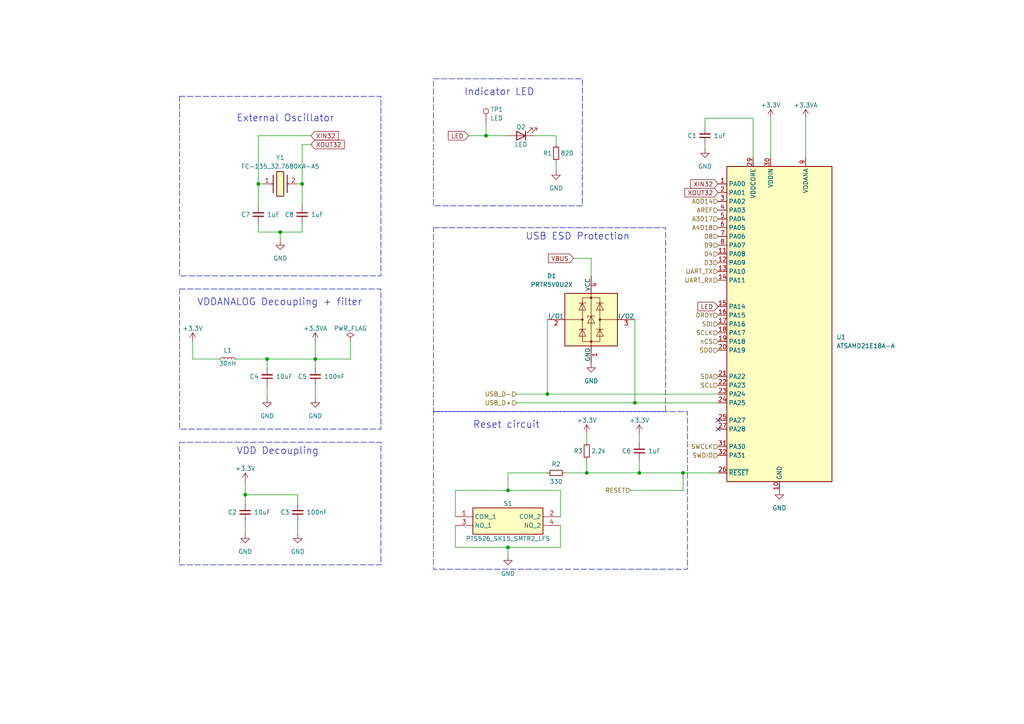
<source format=kicad_sch>
(kicad_sch (version 20230121) (generator eeschema)
  (paper "A4")
  (title_block (title "Embedded design and testing - PCB") (date "27.8.2023") (rev "1.0") (company "Jyri Luoma-aho") (comment 1 "SAMD21 Schematic"))
  (lib_symbols
    (symbol "Connector:TestPoint" (pin_numbers hide) (pin_names (offset 0.762) hide)
      (property "Reference" "TP" (at 0 6.858 0))
      (property "Value" "TestPoint" (at 0 5.08 0))
      (symbol "TestPoint_0_1"
        (circle (center 0 3.302) (radius 0.762))
      )
      (symbol "TestPoint_1_1"
        (pin passive line (at 0 0 90) (length 2.54) (name "1") (number "1"))
      )
    )
    (symbol "Device:C_Small" (pin_numbers hide) (pin_names (offset 0.254) hide)
      (property "Reference" "C" (at 0.254 1.778 0))
      (property "Value" "C_Small" (at 0.254 -2.032 0))
      (symbol "C_Small_0_1"
        (polyline (pts (xy -1.524 -0.508) (xy 1.524 -0.508)) (stroke (width 0.3302)))
        (polyline (pts (xy -1.524 0.508) (xy 1.524 0.508)) (stroke (width 0.3048)))
      )
      (symbol "C_Small_1_1"
        (pin passive line (at 0 2.54 270) (length 2.032) (name "~") (number "1"))
        (pin passive line (at 0 -2.54 90) (length 2.032) (name "~") (number "2"))
      )
    )
    (symbol "Device:LED" (pin_numbers hide) (pin_names (offset 1.016) hide)
      (property "Reference" "D" (at 0 2.54 0))
      (property "Value" "LED" (at 0 -2.54 0))
      (symbol "LED_0_1"
        (polyline (pts (xy -1.27 -1.27) (xy -1.27 1.27)) (stroke (width 0.254)))
        (polyline (pts (xy -1.27 0) (xy 1.27 0)))
        (polyline (pts (xy 1.27 -1.27) (xy 1.27 1.27) (xy -1.27 0) (xy 1.27 -1.27)) (stroke (width 0.254)))
        (polyline (pts (xy -3.048 -0.762) (xy -4.572 -2.286) (xy -3.81 -2.286) (xy -4.572 -2.286) (xy -4.572 -1.524)))
        (polyline (pts (xy -1.778 -0.762) (xy -3.302 -2.286) (xy -2.54 -2.286) (xy -3.302 -2.286) (xy -3.302 -1.524)))
      )
      (symbol "LED_1_1"
        (pin passive line (at -3.81 0 0) (length 2.54) (name "K") (number "1"))
        (pin passive line (at 3.81 0 180) (length 2.54) (name "A") (number "2"))
      )
    )
    (symbol "Device:L_Small" (pin_numbers hide) (pin_names (offset 0.254) hide)
      (property "Reference" "L" (at 0.762 1.016 0))
      (property "Value" "L_Small" (at 0.762 -1.016 0))
      (symbol "L_Small_0_1"
        (arc (start 0 -2.032) (mid 0.5058 -1.524) (end 0 -1.016))
        (arc (start 0 -1.016) (mid 0.5058 -0.508) (end 0 0))
        (arc (start 0 0) (mid 0.5058 0.508) (end 0 1.016))
        (arc (start 0 1.016) (mid 0.5058 1.524) (end 0 2.032))
      )
      (symbol "L_Small_1_1"
        (pin passive line (at 0 2.54 270) (length 0.508) (name "~") (number "1"))
        (pin passive line (at 0 -2.54 90) (length 0.508) (name "~") (number "2"))
      )
    )
    (symbol "Device:R_Small" (pin_numbers hide) (pin_names (offset 0.254) hide)
      (property "Reference" "R" (at 0.762 0.508 0))
      (property "Value" "R_Small" (at 0.762 -1.016 0))
      (symbol "R_Small_0_1"
        (rectangle (start -0.762 1.778) (end 0.762 -1.778) (stroke (width 0.2032)))
      )
      (symbol "R_Small_1_1"
        (pin passive line (at 0 2.54 270) (length 0.762) (name "~") (number "1"))
        (pin passive line (at 0 -2.54 90) (length 0.762) (name "~") (number "2"))
      )
    )
    (symbol "FC-135_32_7680KA-A5:FC-135_32.7680KA-A5" (pin_names hide)
      (property "Reference" "Y" (at 8.89 6.35 0))
      (property "Value" "FC-135_32.7680KA-A5" (at 8.89 3.81 0))
      (symbol "FC-135_32.7680KA-A5_1_1"
        (polyline (pts (xy 3.048 0) (xy 2.54 0)) (stroke (width 0.254)))
        (polyline (pts (xy 3.048 2.54) (xy 3.048 -2.54)) (stroke (width 0.254)))
        (polyline (pts (xy 7.112 0) (xy 7.62 0)) (stroke (width 0.254)))
        (polyline (pts (xy 7.112 2.54) (xy 7.112 -2.54)) (stroke (width 0.254)))
        (rectangle (start 4.064 3.556) (end 6.096 -3.556) (stroke (width 0.254)) (fill (type background)))
        (pin passive line (at 0 0 0) (length 2.54) (name "1") (number "1"))
        (pin passive line (at 10.16 0 180) (length 2.54) (name "2") (number "2"))
      )
    )
    (symbol "MCU_Microchip_SAMD:ATSAMD21E18A-A"
      (property "Reference" "U" (at -13.97 46.99 0))
      (property "Value" "ATSAMD21E18A-A" (at 16.51 46.99 0))
      (symbol "ATSAMD21E18A-A_1_1"
        (rectangle (start -15.24 45.72) (end 15.24 -45.72) (stroke (width 0.254)) (fill (type background)))
        (pin bidirectional line (at -17.78 40.64 0) (length 2.54) (name "PA00") (number "1"))
        (pin power_in line (at 0 -48.26 90) (length 2.54) (name "GND") (number "10"))
        (pin bidirectional line (at -17.78 20.32 0) (length 2.54) (name "PA08") (number "11"))
        (pin bidirectional line (at -17.78 17.78 0) (length 2.54) (name "PA09") (number "12"))
        (pin bidirectional line (at -17.78 15.24 0) (length 2.54) (name "PA10") (number "13"))
        (pin bidirectional line (at -17.78 12.7 0) (length 2.54) (name "PA11") (number "14"))
        (pin bidirectional line (at -17.78 5.08 0) (length 2.54) (name "PA14") (number "15"))
        (pin bidirectional line (at -17.78 2.54 0) (length 2.54) (name "PA15") (number "16"))
        (pin bidirectional line (at -17.78 0 0) (length 2.54) (name "PA16") (number "17"))
        (pin bidirectional line (at -17.78 -2.54 0) (length 2.54) (name "PA17") (number "18"))
        (pin bidirectional line (at -17.78 -5.08 0) (length 2.54) (name "PA18") (number "19"))
        (pin bidirectional line (at -17.78 38.1 0) (length 2.54) (name "PA01") (number "2"))
        (pin bidirectional line (at -17.78 -7.62 0) (length 2.54) (name "PA19") (number "20"))
        (pin bidirectional line (at -17.78 -15.24 0) (length 2.54) (name "PA22") (number "21"))
        (pin bidirectional line (at -17.78 -17.78 0) (length 2.54) (name "PA23") (number "22"))
        (pin bidirectional line (at -17.78 -20.32 0) (length 2.54) (name "PA24") (number "23"))
        (pin bidirectional line (at -17.78 -22.86 0) (length 2.54) (name "PA25") (number "24"))
        (pin bidirectional line (at -17.78 -27.94 0) (length 2.54) (name "PA27") (number "25"))
        (pin input line (at -17.78 -43.18 0) (length 2.54) (name "~{RESET}") (number "26"))
        (pin bidirectional line (at -17.78 -30.48 0) (length 2.54) (name "PA28") (number "27"))
        (pin passive line (at 0 -48.26 90) (length 2.54) hide (name "GND") (number "28"))
        (pin power_out line (at -7.62 48.26 270) (length 2.54) (name "VDDCORE") (number "29"))
        (pin bidirectional line (at -17.78 35.56 0) (length 2.54) (name "PA02") (number "3"))
        (pin power_in line (at -2.54 48.26 270) (length 2.54) (name "VDDIN") (number "30"))
        (pin bidirectional line (at -17.78 -35.56 0) (length 2.54) (name "PA30") (number "31"))
        (pin bidirectional line (at -17.78 -38.1 0) (length 2.54) (name "PA31") (number "32"))
        (pin bidirectional line (at -17.78 33.02 0) (length 2.54) (name "PA03") (number "4"))
        (pin bidirectional line (at -17.78 30.48 0) (length 2.54) (name "PA04") (number "5"))
        (pin bidirectional line (at -17.78 27.94 0) (length 2.54) (name "PA05") (number "6"))
        (pin bidirectional line (at -17.78 25.4 0) (length 2.54) (name "PA06") (number "7"))
        (pin bidirectional line (at -17.78 22.86 0) (length 2.54) (name "PA07") (number "8"))
        (pin power_in line (at 7.62 48.26 270) (length 2.54) (name "VDDANA") (number "9"))
      )
    )
    (symbol "PTS526_SK15_SMTR2_LFS:PTS526_SK15_SMTR2_LFS"
      (property "Reference" "S" (at 26.67 7.62 0))
      (property "Value" "PTS526_SK15_SMTR2_LFS" (at 26.67 5.08 0))
      (symbol "PTS526_SK15_SMTR2_LFS_1_1"
        (rectangle (start 5.08 2.54) (end 25.4 -5.08) (stroke (width 0.254)) (fill (type background)))
        (pin passive line (at 0 0 0) (length 5.08) (name "COM_1") (number "1"))
        (pin passive line (at 30.48 0 180) (length 5.08) (name "COM_2") (number "2"))
        (pin passive line (at 0 -2.54 0) (length 5.08) (name "NO_1") (number "3"))
        (pin passive line (at 30.48 -2.54 180) (length 5.08) (name "NO_2") (number "4"))
      )
    )
    (symbol "Power_Protection:PRTR5V0U2X" (pin_names (offset 0))
      (property "Reference" "D" (at 2.794 8.636 0))
      (property "Value" "PRTR5V0U2X" (at 8.128 -9.398 0))
      (symbol "PRTR5V0U2X_0_1"
        (rectangle (start -7.62 -7.62) (end 7.62 7.62) (stroke (width 0.254)) (fill (type background)))
        (circle (center -2.54 0) (radius 0.254) (fill (type outline)))
        (rectangle (start -2.54 6.35) (end 2.54 -6.35))
        (circle (center 0 -6.35) (radius 0.254) (fill (type outline)))
        (polyline (pts (xy -2.54 0) (xy -7.62 0)))
        (polyline (pts (xy -1.524 -2.794) (xy -3.556 -2.794)))
        (polyline (pts (xy -1.524 4.826) (xy -3.556 4.826)))
        (polyline (pts (xy 0 -7.62) (xy 0 7.62)))
        (polyline (pts (xy 1.524 -2.794) (xy 3.556 -2.794)))
        (polyline (pts (xy 1.524 4.826) (xy 3.556 4.826)))
        (polyline (pts (xy 2.54 0) (xy 7.62 0)))
        (polyline (pts (xy 1.016 1.016) (xy -1.016 1.016) (xy -1.016 0.508)))
        (polyline (pts (xy -3.556 -4.826) (xy -1.524 -4.826) (xy -2.54 -2.794) (xy -3.556 -4.826)))
        (polyline (pts (xy -3.556 2.794) (xy -1.524 2.794) (xy -2.54 4.826) (xy -3.556 2.794)))
        (polyline (pts (xy -1.016 -1.016) (xy 1.016 -1.016) (xy 0 1.016) (xy -1.016 -1.016)))
        (polyline (pts (xy 3.556 -4.826) (xy 1.524 -4.826) (xy 2.54 -2.794) (xy 3.556 -4.826)))
        (polyline (pts (xy 3.556 2.794) (xy 1.524 2.794) (xy 2.54 4.826) (xy 3.556 2.794)))
        (circle (center 0 6.35) (radius 0.254) (fill (type outline)))
        (circle (center 2.54 0) (radius 0.254) (fill (type outline)))
      )
      (symbol "PRTR5V0U2X_1_1"
        (pin passive line (at 0 -12.7 90) (length 5.08) (name "GND") (number "1"))
        (pin passive line (at -12.7 0 0) (length 5.08) (name "I/O1") (number "2"))
        (pin passive line (at 12.7 0 180) (length 5.08) (name "I/O2") (number "3"))
        (pin passive line (at 0 12.7 270) (length 5.08) (name "VCC") (number "4"))
      )
    )
    (symbol "power:+3.3V" (power) (pin_names (offset 0))
      (property "Value" "+3.3V" (at 0 3.556 0))
      (symbol "+3.3V_0_1"
        (polyline (pts (xy -0.762 1.27) (xy 0 2.54)))
        (polyline (pts (xy 0 0) (xy 0 2.54)))
        (polyline (pts (xy 0 2.54) (xy 0.762 1.27)))
      )
      (symbol "+3.3V_1_1"
        (pin power_in line (at 0 0 90) (length 0) hide (name "+3.3V") (number "1"))
      )
    )
    (symbol "power:+3.3VA" (power) (pin_names (offset 0))
      (property "Value" "+3.3VA" (at 0 3.556 0))
      (symbol "+3.3VA_0_1"
        (polyline (pts (xy -0.762 1.27) (xy 0 2.54)))
        (polyline (pts (xy 0 0) (xy 0 2.54)))
        (polyline (pts (xy 0 2.54) (xy 0.762 1.27)))
      )
      (symbol "+3.3VA_1_1"
        (pin power_in line (at 0 0 90) (length 0) hide (name "+3.3VA") (number "1"))
      )
    )
    (symbol "power:GND" (power) (pin_names (offset 0))
      (property "Value" "GND" (at 0 -3.81 0))
      (symbol "GND_0_1"
        (polyline (pts (xy 0 0) (xy 0 -1.27) (xy 1.27 -1.27) (xy 0 -2.54) (xy -1.27 -1.27) (xy 0 -1.27)))
      )
      (symbol "GND_1_1"
        (pin power_in line (at 0 0 270) (length 0) hide (name "GND") (number "1"))
      )
    )
    (symbol "power:PWR_FLAG" (power) (pin_numbers hide) (pin_names (offset 0) hide)
      (property "Value" "PWR_FLAG" (at 0 3.81 0))
      (symbol "PWR_FLAG_0_0"
        (pin power_out line (at 0 0 90) (length 0) (name "pwr") (number "1"))
      )
      (symbol "PWR_FLAG_0_1"
        (polyline (pts (xy 0 0) (xy 0 1.27) (xy -1.016 1.905) (xy 0 2.54) (xy 1.016 1.905) (xy 0 1.27)))
      )
    )
  )
  (junction (at 81.28 67.31))
  (junction (at 147.32 142.24))
  (junction (at 71.12 143.51))
  (junction (at 158.75 114.3))
  (junction (at 185.42 137.16))
  (junction (at 87.63 53.34))
  (junction (at 184.15 116.84))
  (junction (at 140.97 39.37))
  (junction (at 147.32 158.75))
  (junction (at 170.18 137.16))
  (junction (at 91.44 104.14))
  (junction (at 74.93 53.34))
  (junction (at 198.12 137.16))
  (junction (at 77.47 104.14))
  (no_connect (at 208.28 124.46))
  (no_connect (at 208.28 121.92))
  (wire (pts (xy 171.45 74.93) (xy 171.45 80.01)))
  (wire (pts (xy 77.47 106.68) (xy 77.47 104.14)))
  (wire (pts (xy 158.75 114.3) (xy 208.28 114.3)))
  (wire (pts (xy 132.08 142.24) (xy 147.32 142.24)))
  (wire (pts (xy 185.42 137.16) (xy 170.18 137.16)))
  (wire (pts (xy 87.63 64.77) (xy 87.63 67.31)))
  (wire (pts (xy 182.88 142.24) (xy 198.12 142.24)))
  (wire (pts (xy 74.93 53.34) (xy 74.93 59.69)))
  (wire (pts (xy 147.32 137.16) (xy 147.32 142.24)))
  (wire (pts (xy 87.63 67.31) (xy 81.28 67.31)))
  (wire (pts (xy 81.28 67.31) (xy 81.28 69.85)))
  (wire (pts (xy 86.36 151.13) (xy 86.36 154.94)))
  (wire (pts (xy 86.36 53.34) (xy 87.63 53.34)))
  (wire (pts (xy 140.97 39.37) (xy 147.32 39.37)))
  (wire (pts (xy 91.44 99.06) (xy 91.44 104.14)))
  (wire (pts (xy 74.93 39.37) (xy 74.93 53.34)))
  (wire (pts (xy 198.12 137.16) (xy 208.28 137.16)))
  (wire (pts (xy 101.6 104.14) (xy 91.44 104.14)))
  (wire (pts (xy 147.32 142.24) (xy 162.56 142.24)))
  (wire (pts (xy 74.93 53.34) (xy 76.2 53.34)))
  (wire (pts (xy 163.83 137.16) (xy 170.18 137.16)))
  (wire (pts (xy 204.47 34.29) (xy 204.47 36.83)))
  (wire (pts (xy 74.93 67.31) (xy 81.28 67.31)))
  (wire (pts (xy 140.97 35.56) (xy 140.97 39.37)))
  (wire (pts (xy 158.75 92.71) (xy 158.75 114.3)))
  (wire (pts (xy 170.18 137.16) (xy 170.18 133.35)))
  (wire (pts (xy 185.42 125.73) (xy 185.42 128.27)))
  (wire (pts (xy 204.47 41.91) (xy 204.47 43.18)))
  (wire (pts (xy 101.6 99.06) (xy 101.6 104.14)))
  (wire (pts (xy 132.08 158.75) (xy 132.08 152.4)))
  (wire (pts (xy 68.58 104.14) (xy 77.47 104.14)))
  (wire (pts (xy 170.18 125.73) (xy 170.18 128.27)))
  (wire (pts (xy 71.12 139.7) (xy 71.12 143.51)))
  (wire (pts (xy 71.12 143.51) (xy 71.12 146.05)))
  (wire (pts (xy 185.42 137.16) (xy 198.12 137.16)))
  (wire (pts (xy 161.29 46.99) (xy 161.29 49.53)))
  (wire (pts (xy 135.89 39.37) (xy 140.97 39.37)))
  (wire (pts (xy 147.32 158.75) (xy 147.32 161.29)))
  (wire (pts (xy 91.44 106.68) (xy 91.44 104.14)))
  (wire (pts (xy 161.29 39.37) (xy 161.29 41.91)))
  (wire (pts (xy 218.44 45.72) (xy 218.44 34.29)))
  (wire (pts (xy 86.36 146.05) (xy 86.36 143.51)))
  (wire (pts (xy 184.15 92.71) (xy 184.15 116.84)))
  (wire (pts (xy 233.68 34.29) (xy 233.68 45.72)))
  (wire (pts (xy 77.47 111.76) (xy 77.47 115.57)))
  (wire (pts (xy 90.17 39.37) (xy 74.93 39.37)))
  (wire (pts (xy 71.12 151.13) (xy 71.12 154.94)))
  (wire (pts (xy 71.12 143.51) (xy 86.36 143.51)))
  (wire (pts (xy 218.44 34.29) (xy 204.47 34.29)))
  (wire (pts (xy 87.63 53.34) (xy 87.63 59.69)))
  (wire (pts (xy 132.08 149.86) (xy 132.08 142.24)))
  (wire (pts (xy 185.42 133.35) (xy 185.42 137.16)))
  (wire (pts (xy 90.17 41.91) (xy 87.63 41.91)))
  (wire (pts (xy 149.86 116.84) (xy 184.15 116.84)))
  (wire (pts (xy 77.47 104.14) (xy 91.44 104.14)))
  (wire (pts (xy 147.32 158.75) (xy 132.08 158.75)))
  (wire (pts (xy 154.94 39.37) (xy 161.29 39.37)))
  (wire (pts (xy 162.56 158.75) (xy 147.32 158.75)))
  (wire (pts (xy 198.12 142.24) (xy 198.12 137.16)))
  (wire (pts (xy 171.45 74.93) (xy 166.37 74.93)))
  (wire (pts (xy 162.56 152.4) (xy 162.56 158.75)))
  (wire (pts (xy 91.44 111.76) (xy 91.44 115.57)))
  (wire (pts (xy 55.88 99.06) (xy 55.88 104.14)))
  (wire (pts (xy 55.88 104.14) (xy 63.5 104.14)))
  (wire (pts (xy 147.32 137.16) (xy 158.75 137.16)))
  (wire (pts (xy 162.56 142.24) (xy 162.56 149.86)))
  (wire (pts (xy 184.15 116.84) (xy 208.28 116.84)))
  (wire (pts (xy 87.63 41.91) (xy 87.63 53.34)))
  (wire (pts (xy 223.52 34.29) (xy 223.52 45.72)))
  (wire (pts (xy 149.86 114.3) (xy 158.75 114.3)))
  (wire (pts (xy 74.93 64.77) (xy 74.93 67.31)))
  (rectangle (start 125.73 22.86) (end 168.91 59.69) (stroke (width 0) (type dash)))
  (rectangle (start 52.07 128.27) (end 110.49 163.83) (stroke (width 0) (type dash)))
  (rectangle (start 52.07 27.94) (end 110.49 80.01) (stroke (width 0) (type dash)))
  (rectangle (start 125.73 66.04) (end 193.04 119.38) (stroke (width 0) (type dash)))
  (rectangle (start 125.73 119.38) (end 199.39 165.1) (stroke (width 0) (type dash)))
  (rectangle (start 52.07 83.82) (end 110.49 124.46) (stroke (width 0) (type dash)))
  (text "VDD Decoupling" (at 68.58 132.08 0) (effects (font (size 2 2)) (justify left bottom)))
  (text "Indicator LED\n" (at 134.62 27.94 0) (effects (font (size 2 2)) (justify left bottom)))
  (text "USB ESD Protection\n" (at 152.4 69.85 0) (effects (font (size 2 2)) (justify left bottom)))
  (text "Reset circuit" (at 137.16 124.46 0) (effects (font (size 2 2)) (justify left bottom)))
  (text "External Oscillator" (at 68.58 35.56 0) (effects (font (size 2 2)) (justify left bottom)))
  (text "VDDANALOG Decoupling + filter" (at 57.15 88.9 0) (effects (font (size 2 2)) (justify left bottom)))
  (global_label "XIN32" (shape input) (at 90.17 39.37 0) (property "Intersheetrefs" "${INTERSHEET_REFS}" (effects hide)))
  (global_label "XOUT32" (shape input) (at 90.17 41.91 0) (property "Intersheetrefs" "${INTERSHEET_REFS}" (effects hide)))
  (global_label "XOUT32" (shape input) (at 208.28 55.88 180) (property "Intersheetrefs" "${INTERSHEET_REFS}" (effects hide)))
  (global_label "VBUS" (shape input) (at 166.37 74.93 180) (property "Intersheetrefs" "${INTERSHEET_REFS}" (effects hide)))
  (global_label "LED" (shape input) (at 135.89 39.37 180) (property "Intersheetrefs" "${INTERSHEET_REFS}" (effects hide)))
  (global_label "LED" (shape input) (at 208.28 88.9 180) (property "Intersheetrefs" "${INTERSHEET_REFS}" (effects hide)))
  (global_label "XIN32" (shape input) (at 208.28 53.34 180) (property "Intersheetrefs" "${INTERSHEET_REFS}" (effects hide)))
  (hierarchical_label "RESET" (shape input) (at 182.88 142.24 180))
  (hierarchical_label "A4D18" (shape input) (at 208.28 66.04 180))
  (hierarchical_label "SWDIO" (shape input) (at 208.28 132.08 180))
  (hierarchical_label "DRDY" (shape input) (at 208.28 91.44 180))
  (hierarchical_label "AREF" (shape input) (at 208.28 60.96 180))
  (hierarchical_label "UART_TX" (shape input) (at 208.28 78.74 180))
  (hierarchical_label "nCS" (shape input) (at 208.28 99.06 180))
  (hierarchical_label "SCL" (shape input) (at 208.28 111.76 180))
  (hierarchical_label "SDI" (shape input) (at 208.28 93.98 180))
  (hierarchical_label "UART_RX" (shape input) (at 208.28 81.28 180))
  (hierarchical_label "SDA" (shape input) (at 208.28 109.22 180))
  (hierarchical_label "A0D14" (shape input) (at 208.28 58.42 180))
  (hierarchical_label "D4" (shape input) (at 208.28 73.66 180))
  (hierarchical_label "USB_D+" (shape input) (at 149.86 116.84 180))
  (hierarchical_label "SWCLK" (shape input) (at 208.28 129.54 180))
  (hierarchical_label "SDO" (shape input) (at 208.28 101.6 180))
  (hierarchical_label "SCLK" (shape input) (at 208.28 96.52 180))
  (hierarchical_label "D8" (shape input) (at 208.28 68.58 180))
  (hierarchical_label "A3D17" (shape input) (at 208.28 63.5 180))
  (hierarchical_label "D3" (shape input) (at 208.28 76.2 180))
  (hierarchical_label "D9" (shape input) (at 208.28 71.12 180))
  (hierarchical_label "USB_D-" (shape input) (at 149.86 114.3 180))
  (symbol (lib_id "power:GND") (at 204.47 43.18 0) (unit 1)
    (property "Reference" "#PWR05" (effects hide))
    (property "Value" "GND" (at 204.47 48.26 0))
  )
  (symbol (lib_id "FC-135_32_7680KA-A5:FC-135_32.7680KA-A5") (at 76.2 53.34 0) (unit 1)
    (property "Reference" "Y1" (at 81.28 45.72 0))
    (property "Value" "FC-135_32.7680KA-A5" (at 81.28 48.26 0))
    (property "Footprint" "KIRJASTO:FC135327680KAA5" (effects hide))
    (property "Datasheet" "https://support.epson.biz/td/api/doc_check.php?dl=brief_FC-135&lang=en" (effects hide))
    (property "Height" "0.9" (effects hide))
    (property "Mouser Part Number" "732-532.7680KA-A5" (effects hide))
    (property "Mouser Price/Stock" "https://www.mouser.co.uk/ProductDetail/Epson-Timing/FC-135-32.7680KA-A5?qs=f9yNj16SXrJ7J65t%252BHv0JQ%3D%3D" (effects hide))
    (property "Manufacturer_Name" "Epson Timing" (effects hide))
    (property "Manufacturer_Part_Number" "FC-135 32.7680KA-A5" (effects hide))
  )
  (symbol (lib_id "Device:R_Small") (at 161.29 137.16 270) (unit 1)
    (property "Reference" "R2" (at 161.29 134.62 90))
    (property "Value" "330" (at 161.29 139.7 90))
    (property "Footprint" "Resistor_SMD:R_1206_3216Metric_Pad1.30x1.75mm_HandSolder" (effects hide))
  )
  (symbol (lib_id "Device:L_Small") (at 66.04 104.14 90) (unit 1)
    (property "Reference" "L1" (at 66.04 101.6 90))
    (property "Value" "30nH" (at 66.04 105.41 90))
    (property "Footprint" "Inductor_SMD:L_1206_3216Metric_Pad1.42x1.75mm_HandSolder" (effects hide))
  )
  (symbol (lib_id "PTS526_SK15_SMTR2_LFS:PTS526_SK15_SMTR2_LFS") (at 132.08 149.86 0) (unit 1)
    (property "Reference" "S1" (at 147.32 146.05 0))
    (property "Value" "PTS526_SK15_SMTR2_LFS" (at 147.32 156.21 0))
    (property "Footprint" "KIRJASTO:PTS526SK15SMTR2LFS" (effects hide))
    (property "Datasheet" "https://www.ckswitches.com/media/2780/pts526.pdf" (effects hide))
    (property "Height" "1.65" (effects hide))
    (property "Mouser Part Number" "611-PTS526SK15SMR2L" (effects hide))
    (property "Mouser Price/Stock" "https://www.mouser.co.uk/ProductDetail/CK/PTS526-SK15-SMTR2-LFS?qs=UXgszm6BlbF5Ezp94JAQtw%3D%3D" (effects hide))
    (property "Manufacturer_Name" "C & K COMPONENTS" (effects hide))
    (property "Manufacturer_Part_Number" "PTS526 SK15 SMTR2 LFS" (effects hide))
  )
  (symbol (lib_id "MCU_Microchip_SAMD:ATSAMD21E18A-A") (at 226.06 93.98 0) (unit 1)
    (property "Reference" "U1" (at 242.57 97.79 0) (effects (justify left)))
    (property "Value" "ATSAMD21E18A-A" (at 242.57 100.33 0) (effects (justify left)))
    (property "Footprint" "Package_QFP:TQFP-32_7x7mm_P0.8mm" (effects hide))
    (property "Datasheet" "http://ww1.microchip.com/downloads/en/DeviceDoc/SAM_D21_DA1_Family_Data%20Sheet_DS40001882E.pdf" (effects hide))
  )
  (symbol (lib_id "power:GND") (at 226.06 142.24 0) (unit 1)
    (property "Reference" "#PWR04" (effects hide))
    (property "Value" "GND" (at 226.06 147.32 0))
  )
  (symbol (lib_id "Power_Protection:PRTR5V0U2X") (at 171.45 92.71 0) (unit 1)
    (property "Reference" "D1" (at 160.02 80.01 0))
    (property "Value" "PRTR5V0U2X" (at 160.02 82.55 0))
    (property "Footprint" "Package_TO_SOT_SMD:SOT-143" (effects hide))
    (property "Datasheet" "https://assets.nexperia.com/documents/data-sheet/PRTR5V0U2X.pdf" (effects hide))
  )
  (symbol (lib_id "power:+3.3V") (at 170.18 125.73 0) (unit 1)
    (property "Reference" "#PWR015" (effects hide))
    (property "Value" "+3.3V" (at 170.18 121.92 0))
  )
  (symbol (lib_id "power:+3.3V") (at 71.12 139.7 0) (unit 1)
    (property "Reference" "#PWR010" (effects hide))
    (property "Value" "+3.3V" (at 71.12 135.89 0))
  )
  (symbol (lib_id "power:GND") (at 171.45 105.41 0) (unit 1)
    (property "Reference" "#PWR01" (effects hide))
    (property "Value" "GND" (at 171.45 110.49 0))
  )
  (symbol (lib_id "Device:C_Small") (at 87.63 62.23 180) (unit 1)
    (property "Reference" "C8" (at 82.55 62.23 0) (effects (justify right)))
    (property "Value" "1uF" (at 90.17 62.23 0) (effects (justify right)))
    (property "Footprint" "Capacitor_SMD:C_1206_3216Metric_Pad1.33x1.80mm_HandSolder" (effects hide))
  )
  (symbol (lib_id "Connector:TestPoint") (at 140.97 35.56 0) (unit 1)
    (property "Reference" "TP1" (at 142.24 31.75 0) (effects (justify left)))
    (property "Value" "LED" (at 142.24 34.29 0) (effects (justify left)))
    (property "Footprint" "KIRJASTO:S275146R" (effects hide))
  )
  (symbol (lib_id "power:+3.3V") (at 185.42 125.73 0) (unit 1)
    (property "Reference" "#PWR014" (effects hide))
    (property "Value" "+3.3V" (at 185.42 121.92 0))
  )
  (symbol (lib_id "power:GND") (at 147.32 161.29 0) (unit 1)
    (property "Reference" "#PWR037" (effects hide))
    (property "Value" "GND" (at 147.32 166.37 0))
  )
  (symbol (lib_id "power:+3.3VA") (at 233.68 34.29 0) (unit 1)
    (property "Reference" "#PWR03" (effects hide))
    (property "Value" "+3.3VA" (at 233.68 30.48 0))
  )
  (symbol (lib_id "Device:C_Small") (at 71.12 148.59 180) (unit 1)
    (property "Reference" "C2" (at 66.04 148.59 0) (effects (justify right)))
    (property "Value" "10uF" (at 73.66 148.59 0) (effects (justify right)))
    (property "Footprint" "Capacitor_SMD:C_1206_3216Metric_Pad1.33x1.80mm_HandSolder" (effects hide))
  )
  (symbol (lib_id "power:GND") (at 161.29 49.53 0) (unit 1)
    (property "Reference" "#PWR013" (effects hide))
    (property "Value" "GND" (at 161.29 54.61 0))
  )
  (symbol (lib_id "power:GND") (at 81.28 69.85 0) (unit 1)
    (property "Reference" "#PWR018" (effects hide))
    (property "Value" "GND" (at 81.28 74.93 0))
  )
  (symbol (lib_id "Device:C_Small") (at 74.93 62.23 180) (unit 1)
    (property "Reference" "C7" (at 69.85 62.23 0) (effects (justify right)))
    (property "Value" "1uF" (at 77.47 62.23 0) (effects (justify right)))
    (property "Footprint" "Capacitor_SMD:C_1206_3216Metric_Pad1.33x1.80mm_HandSolder" (effects hide))
  )
  (symbol (lib_id "Device:C_Small") (at 86.36 148.59 180) (unit 1)
    (property "Reference" "C3" (at 81.28 148.59 0) (effects (justify right)))
    (property "Value" "100nF" (at 88.9 148.59 0) (effects (justify right)))
    (property "Footprint" "Capacitor_SMD:C_1206_3216Metric_Pad1.33x1.80mm_HandSolder" (effects hide))
  )
  (symbol (lib_id "power:+3.3VA") (at 91.44 99.06 0) (unit 1)
    (property "Reference" "#PWR06" (effects hide))
    (property "Value" "+3.3VA" (at 91.44 95.25 0))
  )
  (symbol (lib_id "power:GND") (at 77.47 115.57 0) (unit 1)
    (property "Reference" "#PWR08" (effects hide))
    (property "Value" "GND" (at 77.47 120.65 0))
  )
  (symbol (lib_id "Device:C_Small") (at 91.44 109.22 180) (unit 1)
    (property "Reference" "C5" (at 86.36 109.22 0) (effects (justify right)))
    (property "Value" "100nF" (at 93.98 109.22 0) (effects (justify right)))
    (property "Footprint" "Capacitor_SMD:C_1206_3216Metric_Pad1.33x1.80mm_HandSolder" (effects hide))
  )
  (symbol (lib_id "power:GND") (at 86.36 154.94 0) (unit 1)
    (property "Reference" "#PWR012" (effects hide))
    (property "Value" "GND" (at 86.36 160.02 0))
  )
  (symbol (lib_id "Device:C_Small") (at 185.42 130.81 180) (unit 1)
    (property "Reference" "C6" (at 180.34 130.81 0) (effects (justify right)))
    (property "Value" "1uF" (at 187.96 130.81 0) (effects (justify right)))
    (property "Footprint" "Capacitor_SMD:C_1206_3216Metric_Pad1.33x1.80mm_HandSolder" (effects hide))
  )
  (symbol (lib_id "Device:R_Small") (at 170.18 130.81 180) (unit 1)
    (property "Reference" "R3" (at 166.37 130.81 0) (effects (justify right)))
    (property "Value" "2.2k" (at 171.45 130.81 0) (effects (justify right)))
    (property "Footprint" "Resistor_SMD:R_1206_3216Metric_Pad1.30x1.75mm_HandSolder" (effects hide))
  )
  (symbol (lib_id "Device:LED") (at 151.13 39.37 180) (unit 1)
    (property "Reference" "D2" (at 151.13 36.83 0))
    (property "Value" "LED" (at 151.13 41.91 0))
    (property "Footprint" "LED_SMD:LED_1206_3216Metric_Pad1.42x1.75mm_HandSolder" (effects hide))
  )
  (symbol (lib_id "power:GND") (at 91.44 115.57 0) (unit 1)
    (property "Reference" "#PWR09" (effects hide))
    (property "Value" "GND" (at 91.44 120.65 0))
  )
  (symbol (lib_id "power:PWR_FLAG") (at 101.6 99.06 0) (unit 1)
    (property "Reference" "#FLG02" (effects hide))
    (property "Value" "PWR_FLAG" (at 101.6 95.25 0))
  )
  (symbol (lib_id "Device:C_Small") (at 77.47 109.22 180) (unit 1)
    (property "Reference" "C4" (at 72.39 109.22 0) (effects (justify right)))
    (property "Value" "10uF" (at 80.01 109.22 0) (effects (justify right)))
    (property "Footprint" "Capacitor_SMD:C_1206_3216Metric_Pad1.33x1.80mm_HandSolder" (effects hide))
  )
  (symbol (lib_id "power:+3.3V") (at 55.88 99.06 0) (unit 1)
    (property "Reference" "#PWR07" (effects hide))
    (property "Value" "+3.3V" (at 55.88 95.25 0))
  )
  (symbol (lib_id "Device:C_Small") (at 204.47 39.37 180) (unit 1)
    (property "Reference" "C1" (at 199.39 39.37 0) (effects (justify right)))
    (property "Value" "1uF" (at 207.01 39.37 0) (effects (justify right)))
    (property "Footprint" "Capacitor_SMD:C_1206_3216Metric_Pad1.33x1.80mm_HandSolder" (effects hide))
  )
  (symbol (lib_id "power:GND") (at 71.12 154.94 0) (unit 1)
    (property "Reference" "#PWR011" (effects hide))
    (property "Value" "GND" (at 71.12 160.02 0))
  )
  (symbol (lib_id "Device:R_Small") (at 161.29 44.45 180) (unit 1)
    (property "Reference" "R1" (at 157.48 44.45 0) (effects (justify right)))
    (property "Value" "820" (at 162.56 44.45 0) (effects (justify right)))
    (property "Footprint" "Resistor_SMD:R_1206_3216Metric_Pad1.30x1.75mm_HandSolder" (effects hide))
  )
  (symbol (lib_id "power:+3.3V") (at 223.52 34.29 0) (unit 1)
    (property "Reference" "#PWR02" (effects hide))
    (property "Value" "+3.3V" (at 223.52 30.48 0))
  )
)
</source>
